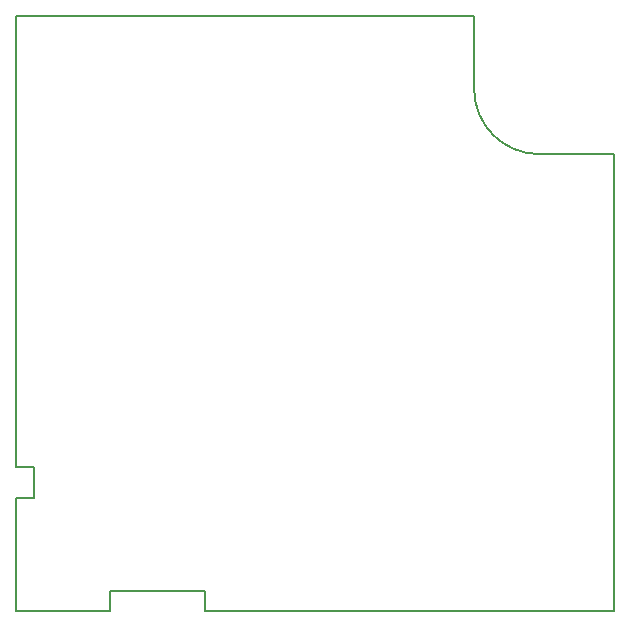
<source format=gm1>
G04 Layer_Color=16711935*
%FSLAX24Y24*%
%MOIN*%
G70*
G01*
G75*
%ADD106C,0.0059*%
D106*
X15276Y17441D02*
G03*
X17441Y15276I2165J0D01*
G01*
X3150Y709D02*
X6299D01*
X3150Y39D02*
Y709D01*
X6299Y39D02*
Y709D01*
X0Y39D02*
X3150D01*
X6299D02*
X19921D01*
X0Y4835D02*
X614D01*
X0Y3811D02*
X614D01*
Y4835D01*
X0D02*
Y19882D01*
Y39D02*
Y3811D01*
X15276Y17441D02*
Y19882D01*
X17441Y15276D02*
X19921D01*
X0Y19882D02*
X15276D01*
X19921Y39D02*
Y15276D01*
M02*

</source>
